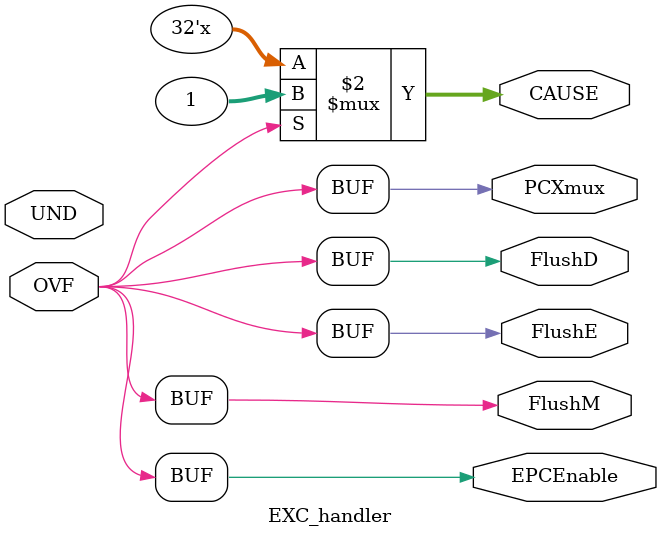
<source format=v>
module EXC_handler (
    input   wire                OVF,
    input   wire                UND,
    output  wire                EPCEnable,
    output  wire                FlushM,
    output  wire                FlushE,
    output  wire                FlushD,
    output  wire                PCXmux,
    output  reg       [31:0]    CAUSE
);
    
    assign  EPCEnable   = OVF;
    assign  FlushD      = OVF;
    assign  FlushE      = OVF;
    assign  FlushM      = OVF;
    assign  PCXmux      = OVF;

    always @(*) begin
        if(OVF)
            CAUSE <= 32'b1;
    end

endmodule
</source>
